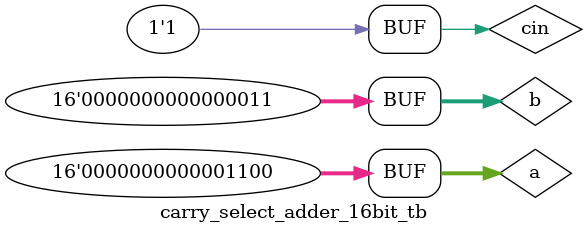
<source format=v>
module carry_select_adder_16bit_tb;
reg [15:0] a,b;
reg cin;
wire [15:0] sum;
wire cout;
 
  carry_select_adder_16bit uut(.a(a), .b(b),.cin(cin),.sum(sum),.cout(cout));
 initial
    begin
      $dumpfile("dump.vcd");
      $dumpvars();
    end
initial begin
  a=0; b=0; cin=0;
  #10 a=16'd2; b=16'd2; cin=1'd1;
  #10 a=16'd2; b=16'd4; cin=1'd1;
  #10 a=16'd100; b=16'd0; cin=1'd0;
  #10 a=16'd12; b=16'd3; cin=1'd1;
end
 
initial
  $monitor( "A=%d, B=%d, Cin= %d, Sum=%d, Cout=%d", a,b,cin,sum,cout);
endmodule

</source>
